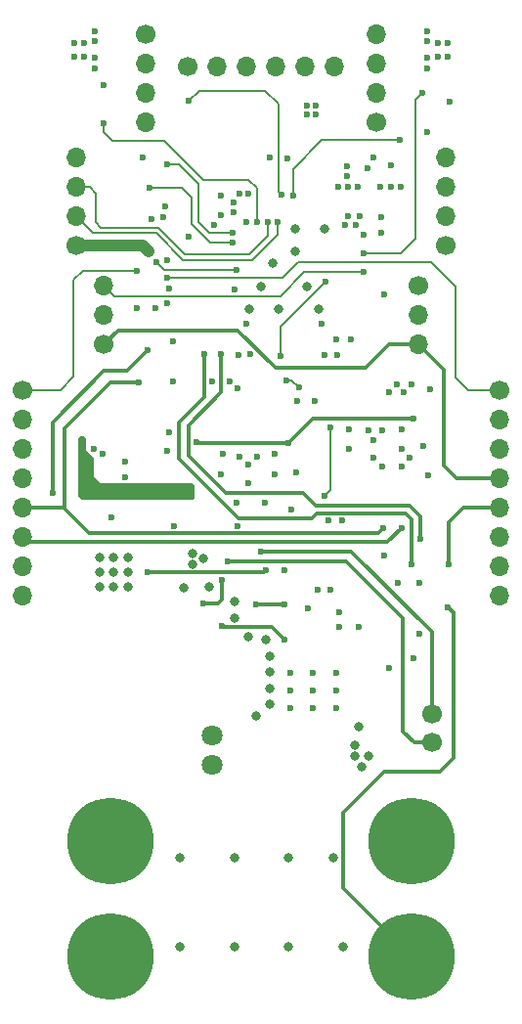
<source format=gbr>
%TF.GenerationSoftware,KiCad,Pcbnew,(6.0.1-0)*%
%TF.CreationDate,2024-02-14T14:00:17+01:00*%
%TF.ProjectId,dcload-control-board,64636c6f-6164-42d6-936f-6e74726f6c2d,rev?*%
%TF.SameCoordinates,Original*%
%TF.FileFunction,Copper,L4,Bot*%
%TF.FilePolarity,Positive*%
%FSLAX46Y46*%
G04 Gerber Fmt 4.6, Leading zero omitted, Abs format (unit mm)*
G04 Created by KiCad (PCBNEW (6.0.1-0)) date 2024-02-14 14:00:17*
%MOMM*%
%LPD*%
G01*
G04 APERTURE LIST*
%TA.AperFunction,ComponentPad*%
%ADD10C,1.700000*%
%TD*%
%TA.AperFunction,ComponentPad*%
%ADD11C,7.500000*%
%TD*%
%TA.AperFunction,ComponentPad*%
%ADD12O,1.700000X1.700000*%
%TD*%
%TA.AperFunction,ComponentPad*%
%ADD13C,1.800000*%
%TD*%
%TA.AperFunction,ViaPad*%
%ADD14C,0.600000*%
%TD*%
%TA.AperFunction,ViaPad*%
%ADD15C,0.800000*%
%TD*%
%TA.AperFunction,Conductor*%
%ADD16C,0.300000*%
%TD*%
%TA.AperFunction,Conductor*%
%ADD17C,1.000000*%
%TD*%
%TA.AperFunction,Conductor*%
%ADD18C,0.200000*%
%TD*%
G04 APERTURE END LIST*
D10*
%TO.P,J300,1,Pin_1*%
%TO.N,/3. Input Protection & Voltage Sense/RSEN-*%
X164775000Y-115000000D03*
%TO.P,J300,2,Pin_2*%
%TO.N,/3. Input Protection & Voltage Sense/RSEN+*%
X164775000Y-117500000D03*
%TD*%
D11*
%TO.P,H301,1,1*%
%TO.N,IN-*%
X163000000Y-136000000D03*
%TD*%
D10*
%TO.P,J202,1,Pin_1*%
%TO.N,+3V3*%
X134000000Y-74500000D03*
D12*
%TO.P,J202,2,Pin_2*%
%TO.N,/2. MCU/TX*%
X134000000Y-71960000D03*
%TO.P,J202,3,Pin_3*%
%TO.N,/2. MCU/RX*%
X134000000Y-69420000D03*
%TO.P,J202,4,Pin_4*%
%TO.N,GND*%
X134000000Y-66880000D03*
%TD*%
D10*
%TO.P,J102,1,Pin_1*%
%TO.N,/~{FAULT}*%
X163625000Y-77975000D03*
D12*
%TO.P,J102,2,Pin_2*%
%TO.N,GND*%
X163625000Y-80515000D03*
%TO.P,J102,3,Pin_3*%
%TO.N,/ISET*%
X163625000Y-83055000D03*
%TD*%
D13*
%TO.P,J104,1,Pin_1*%
%TO.N,VCC*%
X145800000Y-119400000D03*
%TO.P,J104,2,Pin_2*%
%TO.N,GND*%
X145800000Y-116860000D03*
%TD*%
D10*
%TO.P,J201,1,Pin_1*%
%TO.N,+3V3*%
X166000000Y-74500000D03*
D12*
%TO.P,J201,2,Pin_2*%
%TO.N,/2. MCU/SWDIO*%
X166000000Y-71960000D03*
%TO.P,J201,3,Pin_3*%
%TO.N,/2. MCU/SWCLK*%
X166000000Y-69420000D03*
%TO.P,J201,4,Pin_4*%
%TO.N,GND*%
X166000000Y-66880000D03*
%TD*%
D11*
%TO.P,H303,1,1*%
%TO.N,IN-*%
X137000000Y-136000000D03*
%TD*%
%TO.P,H300,1,1*%
%TO.N,IN+*%
X163000000Y-126000000D03*
%TD*%
D10*
%TO.P,J103,1,Pin_1*%
%TO.N,/ISET*%
X136375000Y-83025000D03*
D12*
%TO.P,J103,2,Pin_2*%
%TO.N,GND*%
X136375000Y-80485000D03*
%TO.P,J103,3,Pin_3*%
%TO.N,/~{FAULT}*%
X136375000Y-77945000D03*
%TD*%
D10*
%TO.P,J200,1,Pin_1*%
%TO.N,/2. MCU/CMD_MOSI*%
X143650000Y-59000000D03*
D12*
%TO.P,J200,2,Pin_2*%
%TO.N,/2. MCU/CMD_MISO*%
X146190000Y-59000000D03*
%TO.P,J200,3,Pin_3*%
%TO.N,/2. MCU/CMD_SCK*%
X148730000Y-59000000D03*
%TO.P,J200,4,Pin_4*%
%TO.N,/2. MCU/CMD_SS*%
X151270000Y-59000000D03*
%TO.P,J200,5,Pin_5*%
%TO.N,GND*%
X153810000Y-59000000D03*
%TO.P,J200,6,Pin_6*%
%TO.N,Net-(D200-Pad1)*%
X156350000Y-59000000D03*
%TD*%
D11*
%TO.P,H302,1,1*%
%TO.N,IN+*%
X137000000Y-126000000D03*
%TD*%
D10*
%TO.P,J101,1,Pin_1*%
%TO.N,/NTC_R*%
X129320000Y-87000000D03*
D12*
%TO.P,J101,2,Pin_2*%
%TO.N,GND*%
X129320000Y-89540000D03*
%TO.P,J101,3,Pin_3*%
%TO.N,/EN_R*%
X129320000Y-92080000D03*
%TO.P,J101,4,Pin_4*%
%TO.N,/ISET*%
X129320000Y-94620000D03*
%TO.P,J101,5,Pin_5*%
%TO.N,/ISEN_R2*%
X129320000Y-97160000D03*
%TO.P,J101,6,Pin_6*%
%TO.N,/ISEN_R1*%
X129320000Y-99700000D03*
%TO.P,J101,7,Pin_7*%
%TO.N,GND*%
X129320000Y-102240000D03*
%TO.P,J101,8,Pin_8*%
%TO.N,+12VA*%
X129320000Y-104780000D03*
%TD*%
D10*
%TO.P,J100,1,Pin_1*%
%TO.N,/NTC_L*%
X170680000Y-87000000D03*
D12*
%TO.P,J100,2,Pin_2*%
%TO.N,GND*%
X170680000Y-89540000D03*
%TO.P,J100,3,Pin_3*%
%TO.N,/EN_L*%
X170680000Y-92080000D03*
%TO.P,J100,4,Pin_4*%
%TO.N,/ISET*%
X170680000Y-94620000D03*
%TO.P,J100,5,Pin_5*%
%TO.N,/ISEN_L2*%
X170680000Y-97160000D03*
%TO.P,J100,6,Pin_6*%
%TO.N,/ISEN_L1*%
X170680000Y-99700000D03*
%TO.P,J100,7,Pin_7*%
%TO.N,GND*%
X170680000Y-102240000D03*
%TO.P,J100,8,Pin_8*%
%TO.N,+12VA*%
X170680000Y-104780000D03*
%TD*%
D10*
%TO.P,J500,1,Pin_1*%
%TO.N,/5. Fan Control/FAN1_GND*%
X140000000Y-56190000D03*
D12*
%TO.P,J500,2,Pin_2*%
%TO.N,/5. Fan Control/FAN1_VCC*%
X140000000Y-58730000D03*
%TO.P,J500,3,Pin_3*%
%TO.N,/5. Fan Control/FAN1_TACH_CON*%
X140000000Y-61270000D03*
%TO.P,J500,4,Pin_4*%
%TO.N,/5. Fan Control/FAN1_PWM_CON*%
X140000000Y-63810000D03*
%TD*%
D10*
%TO.P,J501,1,Pin_1*%
%TO.N,/5. Fan Control/FAN2_PWM_CON*%
X160000000Y-63810000D03*
D12*
%TO.P,J501,2,Pin_2*%
%TO.N,/5. Fan Control/FAN2_TACH_CON*%
X160000000Y-61270000D03*
%TO.P,J501,3,Pin_3*%
%TO.N,/5. Fan Control/FAN2_VCC*%
X160000000Y-58730000D03*
%TO.P,J501,4,Pin_4*%
%TO.N,/5. Fan Control/FAN2_GND*%
X160000000Y-56190000D03*
%TD*%
D14*
%TO.N,+12V*%
X164400000Y-59100000D03*
X166200000Y-58100000D03*
D15*
X138500000Y-101500000D03*
D14*
X154700000Y-63100000D03*
X164400000Y-58200000D03*
D15*
X137250000Y-102750000D03*
D14*
X140200000Y-102750000D03*
D15*
X137250000Y-101500000D03*
D14*
X133800000Y-58100000D03*
D15*
X138500000Y-104000000D03*
D14*
X150400000Y-102615000D03*
D15*
X136000000Y-104000000D03*
D14*
X135600000Y-59100000D03*
D15*
X136000000Y-102750000D03*
D14*
X135600000Y-58200000D03*
X154700000Y-62400000D03*
D15*
X137250000Y-104000000D03*
X138500000Y-102750000D03*
D14*
X154000000Y-63100000D03*
X162075000Y-69375000D03*
X154000000Y-62400000D03*
X160350000Y-69375000D03*
X159700000Y-66850000D03*
X165300000Y-58100000D03*
X161225000Y-69375000D03*
D15*
X136000000Y-101500000D03*
D14*
X134700000Y-58100000D03*
D15*
%TO.N,GND*%
X149550000Y-115200000D03*
D14*
X148875000Y-95050000D03*
D15*
X145000000Y-101600000D03*
X149000000Y-80000000D03*
D14*
X135600000Y-56800000D03*
X154500000Y-111500000D03*
X161750000Y-86450000D03*
X160700000Y-101300000D03*
X142400000Y-86225000D03*
D15*
X151000000Y-76000000D03*
D14*
X164500000Y-94350000D03*
X159725000Y-91350000D03*
X142400000Y-82775000D03*
D15*
X150000000Y-78000000D03*
D14*
X161825000Y-103675000D03*
X148100000Y-92750000D03*
X156800000Y-106225000D03*
X140825000Y-79925000D03*
X160375000Y-73350000D03*
X148875000Y-93450000D03*
X159300000Y-90450000D03*
X148750000Y-81225000D03*
X148900000Y-69950000D03*
X135500000Y-92100000D03*
X161050000Y-111000000D03*
X150350000Y-96750000D03*
X161050000Y-87200000D03*
X141700000Y-71050000D03*
X149650000Y-92750000D03*
X147700000Y-78250000D03*
X148000000Y-86800000D03*
D15*
X155500000Y-73000000D03*
D14*
X164650000Y-86950000D03*
X134700000Y-56900000D03*
X139275000Y-79925000D03*
D15*
X147700000Y-106750000D03*
D14*
X160500000Y-90450000D03*
D15*
X155000000Y-80000000D03*
D14*
X161250000Y-67550000D03*
X135600000Y-55900000D03*
X154925000Y-104275000D03*
X158900000Y-73500000D03*
D15*
X150800000Y-114200000D03*
X145500000Y-104000000D03*
X154000000Y-78000000D03*
D14*
X138200000Y-94550000D03*
X147850000Y-96750000D03*
X154500000Y-114500000D03*
X152500000Y-111500000D03*
X145800000Y-86250000D03*
X166200000Y-56900000D03*
X155500000Y-83950000D03*
X164375000Y-64625000D03*
X138200000Y-93200000D03*
X148750000Y-72475000D03*
X156500000Y-111500000D03*
X152500000Y-114500000D03*
X136375000Y-60550000D03*
X164400000Y-56800000D03*
X154500000Y-113000000D03*
X136250000Y-92500000D03*
X153150000Y-87900000D03*
D15*
X143300000Y-104125000D03*
D14*
X137050000Y-98000000D03*
D15*
X151500000Y-80000000D03*
D14*
X152500000Y-113000000D03*
X142050000Y-78150000D03*
X159725000Y-92850000D03*
X163050000Y-86450000D03*
X153075000Y-94150000D03*
X157450000Y-67625000D03*
X150775000Y-66875000D03*
X141550000Y-72000000D03*
X146500000Y-70125000D03*
X163750000Y-108050000D03*
D15*
X150800000Y-111400000D03*
D14*
X162350000Y-87200000D03*
D15*
X150800000Y-112800000D03*
D14*
X133800000Y-56900000D03*
X147300000Y-86250000D03*
D15*
X148900000Y-108350000D03*
D14*
X155250000Y-81225000D03*
X165300000Y-56900000D03*
D15*
X147700000Y-105250000D03*
D14*
X156625000Y-83950000D03*
D15*
X150400000Y-108550000D03*
X153000000Y-75000000D03*
D14*
X159250000Y-67800000D03*
D15*
X150800000Y-110000000D03*
D14*
X143750000Y-73700000D03*
X147975000Y-98725000D03*
X152050000Y-102600000D03*
X140500000Y-72150000D03*
X164400000Y-55900000D03*
X156500000Y-114500000D03*
X164075000Y-91825000D03*
X156500000Y-113000000D03*
D15*
X144100000Y-101100000D03*
D14*
X141850000Y-92250000D03*
X154650000Y-87900000D03*
X141875000Y-75775000D03*
X157050000Y-98250000D03*
X163750000Y-103700000D03*
D15*
X158500000Y-116150000D03*
X153000000Y-73000000D03*
D14*
X160475000Y-93625000D03*
D15*
X144100000Y-102050500D03*
D14*
%TO.N,+3V3*%
X158350000Y-69375000D03*
X158200000Y-72650000D03*
X145900000Y-72650000D03*
X157500000Y-69375000D03*
X146700000Y-92525000D03*
X139750000Y-66825000D03*
X146550000Y-71800000D03*
X160625000Y-78725000D03*
X156500000Y-82575000D03*
X147650000Y-71550000D03*
X148075000Y-83925000D03*
X149075000Y-83900000D03*
X147650000Y-70700000D03*
X157500000Y-71900000D03*
X157600000Y-92100000D03*
D15*
X140275000Y-75000000D03*
D14*
X152275000Y-66900000D03*
X157800000Y-82575000D03*
X156650000Y-69375000D03*
X158550000Y-71900000D03*
X160375000Y-72000000D03*
X157250000Y-72650000D03*
X157600000Y-90400000D03*
X166350000Y-62000000D03*
X157475000Y-68475000D03*
X148100000Y-69950000D03*
X141900000Y-79500000D03*
X146550000Y-94250000D03*
%TO.N,+5VA*%
X134650000Y-95950000D03*
X162200000Y-90400000D03*
X162200000Y-92100000D03*
X134525000Y-92350000D03*
X162200000Y-93625000D03*
X151200000Y-92500000D03*
X158500000Y-107450000D03*
X151200000Y-94250000D03*
X156800000Y-107475000D03*
X143900000Y-95400000D03*
X162875000Y-92800000D03*
X143900000Y-96150000D03*
X134525000Y-91350000D03*
X163200000Y-110200000D03*
X152600000Y-97300000D03*
X155875000Y-98250000D03*
%TO.N,VCC*%
X146650000Y-107415000D03*
X152050000Y-108550000D03*
D15*
%TO.N,+12VA*%
X158100000Y-117700000D03*
D14*
X142025000Y-90650000D03*
X142475000Y-98725000D03*
X154100000Y-105900000D03*
D15*
X158700000Y-119600000D03*
D14*
X156000000Y-104300000D03*
D15*
X158100000Y-118700000D03*
X159300000Y-118700000D03*
D14*
%TO.N,/2. MCU/FAN1_TACH*%
X143775000Y-61925000D03*
X151750000Y-70050000D03*
%TO.N,/2. MCU/FAN2_TACH*%
X163950000Y-61250000D03*
X158925000Y-75150000D03*
%TO.N,/2. MCU/FAN1_PWM*%
X136375000Y-63850000D03*
X149625000Y-72450000D03*
%TO.N,/2. MCU/FAN2_PWM*%
X152763374Y-70113451D03*
X162050000Y-65325000D03*
%TO.N,VREF_ADC*%
X163200000Y-89450000D03*
X144450000Y-91450000D03*
X152350000Y-91550000D03*
D15*
%TO.N,IN-*%
X143000000Y-135200000D03*
X152400000Y-135200000D03*
X157100000Y-135200000D03*
D14*
X166200000Y-105800000D03*
D15*
X147700000Y-135200000D03*
%TO.N,IN+*%
X147700000Y-127500000D03*
X152400000Y-127500000D03*
X143000000Y-127500000D03*
X156300000Y-127500000D03*
D14*
%TO.N,/ISEN_R1*%
X162200000Y-98900000D03*
X140150000Y-83550000D03*
X131950000Y-95900000D03*
%TO.N,/ISEN_L2*%
X166250000Y-102050000D03*
%TO.N,/ISEN_R2*%
X160600000Y-98900000D03*
X139400000Y-86300000D03*
%TO.N,/3. Input Protection & Voltage Sense/RSEN-*%
X150000000Y-100950000D03*
%TO.N,/3. Input Protection & Voltage Sense/RSEN+*%
X147150000Y-101800000D03*
%TO.N,/2. MCU/VSEN_ADC_MISO*%
X155600000Y-77575000D03*
X151650000Y-84050000D03*
%TO.N,/2. MCU/TX*%
X151400000Y-72450000D03*
%TO.N,/2. MCU/RX*%
X150600000Y-72450000D03*
%TO.N,/2. MCU/LED_GRN*%
X140350000Y-69500000D03*
X147550000Y-74200000D03*
%TO.N,/2. MCU/LED_RED*%
X141900000Y-67400000D03*
X147550000Y-73350000D03*
%TO.N,/~{FAULT}*%
X158925000Y-76775000D03*
%TO.N,/EN_R*%
X147900000Y-76550000D03*
X140925000Y-75875000D03*
%TO.N,/2. MCU/VSEN_ADC_SS*%
X153260199Y-86754079D03*
X152200000Y-86150000D03*
%TO.N,/1. Power Supplies/BUCK_SW*%
X145000000Y-105450000D03*
X146600000Y-103400000D03*
%TO.N,/1. Power Supplies/BUCK_EN*%
X149550000Y-105550000D03*
X152050000Y-105550000D03*
%TO.N,/NTC_L*%
X141850000Y-77300000D03*
%TO.N,/NTC_R*%
X139275000Y-76650000D03*
%TO.N,/2. MCU/VSEN_SRC*%
X156050000Y-90250000D03*
X155500000Y-96150000D03*
%TO.N,/2. MCU/ISEN_L1_ADC*%
X146550000Y-83875000D03*
X163800000Y-99850000D03*
%TO.N,/2. MCU/ISEN_L2_ADC*%
X145125000Y-83875000D03*
X163050000Y-102050000D03*
%TD*%
D16*
%TO.N,+12V*%
X150265000Y-102750000D02*
X150400000Y-102615000D01*
X140200000Y-102750000D02*
X150265000Y-102750000D01*
D17*
%TO.N,+3V3*%
X139775000Y-74500000D02*
X140275000Y-75000000D01*
X134000000Y-74500000D02*
X139775000Y-74500000D01*
D16*
%TO.N,VCC*%
X146650000Y-107415000D02*
X146684511Y-107449511D01*
X150949511Y-107449511D02*
X152050000Y-108550000D01*
X146684511Y-107449511D02*
X150949511Y-107449511D01*
D18*
%TO.N,/2. MCU/FAN1_TACH*%
X143775000Y-61925000D02*
X144640000Y-61060000D01*
X150360000Y-61060000D02*
X151500000Y-62200000D01*
X151500000Y-69800000D02*
X151750000Y-70050000D01*
X151500000Y-62200000D02*
X151500000Y-69800000D01*
X144640000Y-61060000D02*
X150360000Y-61060000D01*
%TO.N,/2. MCU/FAN2_TACH*%
X163375000Y-73900000D02*
X163375000Y-61825000D01*
X162125000Y-75150000D02*
X163375000Y-73900000D01*
X163375000Y-61825000D02*
X163950000Y-61250000D01*
X158925000Y-75150000D02*
X162125000Y-75150000D01*
%TO.N,/2. MCU/FAN1_PWM*%
X136375000Y-64675000D02*
X136375000Y-63850000D01*
X149625000Y-69500000D02*
X148900000Y-68775000D01*
X144975000Y-68775000D02*
X141600000Y-65400000D01*
X137100000Y-65400000D02*
X136375000Y-64675000D01*
X149625000Y-72450000D02*
X149625000Y-69500000D01*
X148900000Y-68775000D02*
X144975000Y-68775000D01*
X141600000Y-65400000D02*
X137100000Y-65400000D01*
%TO.N,/2. MCU/FAN2_PWM*%
X152763374Y-70113451D02*
X152763374Y-67836626D01*
X152763374Y-67836626D02*
X155275000Y-65325000D01*
X155275000Y-65325000D02*
X162050000Y-65325000D01*
D16*
%TO.N,VREF_ADC*%
X163200000Y-89450000D02*
X154450000Y-89450000D01*
X154450000Y-89450000D02*
X152350000Y-91550000D01*
X152350000Y-91550000D02*
X144550000Y-91550000D01*
X144550000Y-91550000D02*
X144450000Y-91450000D01*
%TO.N,IN-*%
X157100000Y-130100000D02*
X157100000Y-123600000D01*
X160700000Y-120000000D02*
X165500000Y-120000000D01*
X166650000Y-106250000D02*
X166200000Y-105800000D01*
X157100000Y-123600000D02*
X160700000Y-120000000D01*
X163000000Y-136000000D02*
X157100000Y-130100000D01*
X165500000Y-120000000D02*
X166650000Y-118850000D01*
X166650000Y-118850000D02*
X166650000Y-106250000D01*
%TO.N,/ISET*%
X165850000Y-93500000D02*
X166970000Y-94620000D01*
X163625000Y-83055000D02*
X163655000Y-83055000D01*
X166970000Y-94620000D02*
X170680000Y-94620000D01*
X161095000Y-83055000D02*
X159100000Y-85050000D01*
X163625000Y-83055000D02*
X161095000Y-83055000D01*
X148000000Y-81800000D02*
X137600000Y-81800000D01*
X165850000Y-85250000D02*
X165850000Y-93500000D01*
X163655000Y-83055000D02*
X165850000Y-85250000D01*
X137600000Y-81800000D02*
X136375000Y-83025000D01*
X159100000Y-85050000D02*
X151250000Y-85050000D01*
X151250000Y-85050000D02*
X148000000Y-81800000D01*
%TO.N,/ISEN_R1*%
X136400000Y-85300000D02*
X138400000Y-85300000D01*
X131950000Y-89750000D02*
X136400000Y-85300000D01*
X131950000Y-95900000D02*
X131950000Y-89750000D01*
X129770000Y-100150000D02*
X129320000Y-99700000D01*
X160950000Y-100150000D02*
X162200000Y-98900000D01*
X138400000Y-85300000D02*
X140150000Y-83550000D01*
X160950000Y-100150000D02*
X129770000Y-100150000D01*
%TO.N,/ISEN_L2*%
X167490000Y-97160000D02*
X166250000Y-98400000D01*
X166250000Y-98400000D02*
X166250000Y-102050000D01*
X170680000Y-97160000D02*
X167490000Y-97160000D01*
%TO.N,/ISEN_R2*%
X129320000Y-97160000D02*
X132890000Y-97160000D01*
X132950000Y-97200000D02*
X135074511Y-99324511D01*
X132890000Y-97160000D02*
X132950000Y-97100000D01*
X160175489Y-99324511D02*
X160600000Y-98900000D01*
X132950000Y-97100000D02*
X132950000Y-97200000D01*
X136950000Y-86300000D02*
X132950000Y-90300000D01*
X132950000Y-90300000D02*
X132950000Y-97100000D01*
X135074511Y-99324511D02*
X160175489Y-99324511D01*
X139400000Y-86300000D02*
X136950000Y-86300000D01*
%TO.N,/3. Input Protection & Voltage Sense/RSEN-*%
X164775000Y-107925000D02*
X164775000Y-115000000D01*
X150000000Y-100950000D02*
X157800000Y-100950000D01*
X157800000Y-100950000D02*
X164775000Y-107925000D01*
%TO.N,/3. Input Protection & Voltage Sense/RSEN+*%
X162300000Y-116550000D02*
X163250000Y-117500000D01*
X157400000Y-101800000D02*
X162300000Y-106700000D01*
X147150000Y-101800000D02*
X157400000Y-101800000D01*
X162300000Y-106700000D02*
X162300000Y-116550000D01*
X163250000Y-117500000D02*
X164775000Y-117500000D01*
D18*
%TO.N,/2. MCU/VSEN_ADC_MISO*%
X151650000Y-81500000D02*
X155575000Y-77575000D01*
X151650000Y-84050000D02*
X151650000Y-81500000D01*
X155575000Y-77575000D02*
X155600000Y-77575000D01*
%TO.N,/2. MCU/TX*%
X143200000Y-75700000D02*
X140900000Y-73400000D01*
X151400000Y-73525000D02*
X149225000Y-75700000D01*
X135440000Y-73400000D02*
X134000000Y-71960000D01*
X151400000Y-72450000D02*
X151400000Y-73525000D01*
X149225000Y-75700000D02*
X143200000Y-75700000D01*
X140900000Y-73400000D02*
X135440000Y-73400000D01*
%TO.N,/2. MCU/RX*%
X135700000Y-69950000D02*
X135170000Y-69420000D01*
X141100000Y-72900000D02*
X136150000Y-72900000D01*
X149000000Y-75200000D02*
X143400000Y-75200000D01*
X150600000Y-72450000D02*
X150600000Y-73600000D01*
X135170000Y-69420000D02*
X134000000Y-69420000D01*
X143400000Y-75200000D02*
X141100000Y-72900000D01*
X150600000Y-73600000D02*
X149000000Y-75200000D01*
X136150000Y-72900000D02*
X135700000Y-72450000D01*
X135700000Y-72450000D02*
X135700000Y-69950000D01*
%TO.N,/2. MCU/LED_GRN*%
X145600000Y-74200000D02*
X144000000Y-72600000D01*
X144000000Y-72600000D02*
X144000000Y-70350000D01*
X147550000Y-74200000D02*
X145600000Y-74200000D01*
X144000000Y-70350000D02*
X143150000Y-69500000D01*
X143150000Y-69500000D02*
X140350000Y-69500000D01*
%TO.N,/2. MCU/LED_RED*%
X142850000Y-67400000D02*
X141900000Y-67400000D01*
X144600000Y-72400000D02*
X144600000Y-69150000D01*
X145550000Y-73350000D02*
X144600000Y-72400000D01*
X144600000Y-69150000D02*
X142850000Y-67400000D01*
X147550000Y-73350000D02*
X145550000Y-73350000D01*
%TO.N,/~{FAULT}*%
X137280000Y-78850000D02*
X151650000Y-78850000D01*
X153725000Y-76775000D02*
X158925000Y-76775000D01*
X136375000Y-77945000D02*
X137280000Y-78850000D01*
X151650000Y-78850000D02*
X153725000Y-76775000D01*
%TO.N,/EN_R*%
X141600000Y-76550000D02*
X147900000Y-76550000D01*
X140925000Y-75875000D02*
X141600000Y-76550000D01*
%TO.N,/2. MCU/VSEN_ADC_SS*%
X152200000Y-86150000D02*
X152656120Y-86150000D01*
X152656120Y-86150000D02*
X153260199Y-86754079D01*
D16*
%TO.N,/1. Power Supplies/BUCK_SW*%
X146250000Y-105450000D02*
X145000000Y-105450000D01*
X146600000Y-103400000D02*
X146600000Y-105100000D01*
X146600000Y-105100000D02*
X146250000Y-105450000D01*
%TO.N,/1. Power Supplies/BUCK_EN*%
X149550000Y-105550000D02*
X152050000Y-105550000D01*
D18*
%TO.N,/NTC_L*%
X166825000Y-78050000D02*
X164700000Y-75925000D01*
X151850000Y-77300000D02*
X141850000Y-77300000D01*
X153225000Y-75925000D02*
X151850000Y-77300000D01*
X164700000Y-75925000D02*
X153225000Y-75925000D01*
X166825000Y-85900000D02*
X166825000Y-78050000D01*
X170680000Y-87000000D02*
X167925000Y-87000000D01*
X167925000Y-87000000D02*
X166825000Y-85900000D01*
%TO.N,/NTC_R*%
X133775000Y-77425000D02*
X133775000Y-85825000D01*
X132600000Y-87000000D02*
X129320000Y-87000000D01*
X133775000Y-85825000D02*
X132600000Y-87000000D01*
X134550000Y-76650000D02*
X133775000Y-77425000D01*
X139275000Y-76650000D02*
X134550000Y-76650000D01*
%TO.N,/2. MCU/VSEN_SRC*%
X156050000Y-95600000D02*
X156050000Y-90250000D01*
X155500000Y-96150000D02*
X156050000Y-95600000D01*
D16*
%TO.N,/2. MCU/ISEN_L1_ADC*%
X163800000Y-99850000D02*
X163800000Y-97900000D01*
X154700000Y-96950000D02*
X153650000Y-95900000D01*
X153650000Y-95900000D02*
X146950000Y-95900000D01*
X146550000Y-87200000D02*
X146550000Y-83875000D01*
X146950000Y-95900000D02*
X143700000Y-92650000D01*
X163800000Y-97900000D02*
X162850000Y-96950000D01*
X162850000Y-96950000D02*
X154700000Y-96950000D01*
X143700000Y-92650000D02*
X143700000Y-90050000D01*
X143700000Y-90050000D02*
X146550000Y-87200000D01*
%TO.N,/2. MCU/ISEN_L2_ADC*%
X154850000Y-97650000D02*
X154374511Y-98125489D01*
X163050000Y-102050000D02*
X163050000Y-98200000D01*
X162500000Y-97650000D02*
X154850000Y-97650000D01*
X163050000Y-98200000D02*
X162500000Y-97650000D01*
X145100000Y-87550000D02*
X145100000Y-83900000D01*
X148075489Y-98125489D02*
X142900000Y-92950000D01*
X154374511Y-98125489D02*
X148075489Y-98125489D01*
X145100000Y-83900000D02*
X145125000Y-83875000D01*
X142900000Y-89750000D02*
X145100000Y-87550000D01*
X142900000Y-92950000D02*
X142900000Y-89750000D01*
%TD*%
%TA.AperFunction,Conductor*%
%TO.N,+5VA*%
G36*
X134706818Y-91028465D02*
G01*
X134737677Y-91052144D01*
X134825395Y-91139862D01*
X134863959Y-91206657D01*
X134869036Y-91245221D01*
X134869036Y-92183503D01*
X134876644Y-92192281D01*
X134876644Y-92192282D01*
X135482634Y-92891501D01*
X135516341Y-92960874D01*
X135519036Y-92989086D01*
X135519036Y-94450000D01*
X136100000Y-95050000D01*
X138164589Y-95050000D01*
X138167319Y-95050025D01*
X138262499Y-95051770D01*
X138267581Y-95050385D01*
X138273777Y-95050000D01*
X143988282Y-95050000D01*
X144062782Y-95069962D01*
X144093641Y-95093641D01*
X144206359Y-95206359D01*
X144244923Y-95273154D01*
X144250000Y-95311718D01*
X144250000Y-96238282D01*
X144230038Y-96312782D01*
X144206359Y-96343641D01*
X144093641Y-96456359D01*
X144026846Y-96494923D01*
X143988282Y-96500000D01*
X134535861Y-96500000D01*
X134461361Y-96480038D01*
X134431544Y-96457391D01*
X134213719Y-96243812D01*
X134174500Y-96177400D01*
X134169036Y-96137421D01*
X134169036Y-91245221D01*
X134188998Y-91170721D01*
X134212677Y-91139862D01*
X134300395Y-91052144D01*
X134367190Y-91013580D01*
X134405754Y-91008503D01*
X134632318Y-91008503D01*
X134706818Y-91028465D01*
G37*
%TD.AperFunction*%
%TD*%
M02*

</source>
